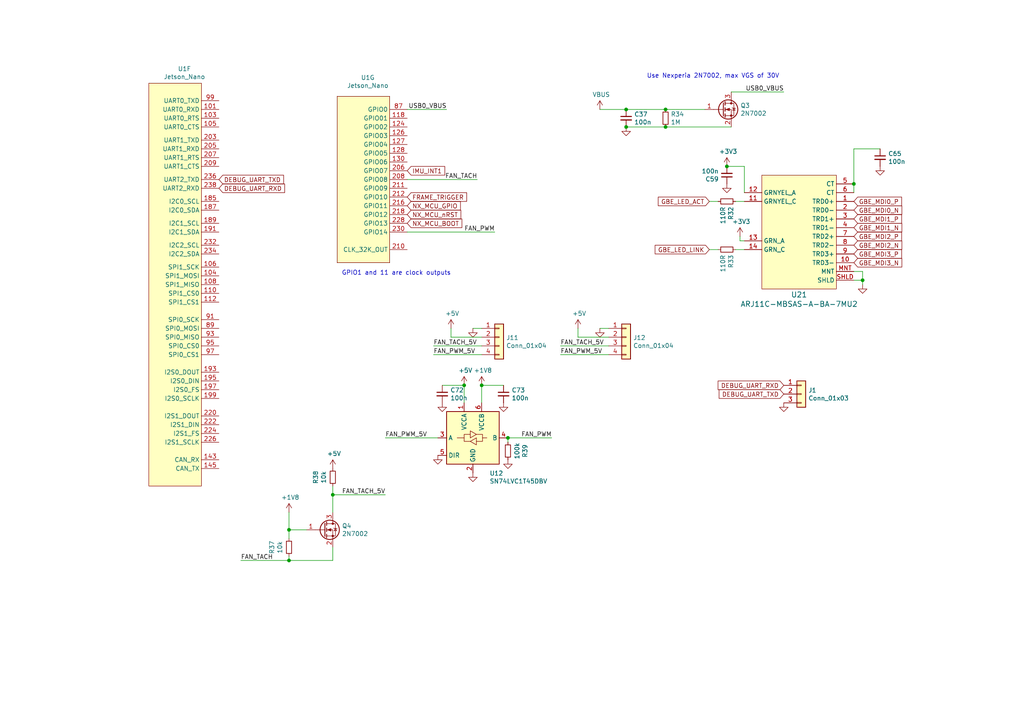
<source format=kicad_sch>
(kicad_sch (version 20200608) (host eeschema "5.99.0-unknown-9d78aa6~101~ubuntu18.04.1")
  (page 6 6)
  (paper "A4")
  (lib_symbols
    (symbol "Connector_Generic:Conn_01x03" (pin_names hide)
      (property "Reference" "J" (at 0 5.08 0))
      (property "Value" "Conn_01x03" (at 0 -5.08 0))
      (symbol "Conn_01x03_1_1"
        (rectangle (start -1.27 -2.413) (end 0 -2.667))
        (rectangle (start -1.27 2.667) (end 0 2.413))
        (rectangle (start -1.27 3.81) (end 1.27 -3.81) (stroke (width 0.254)) (fill (type background)))
        (rectangle (start -1.27 0.127) (end 0 -0.127))
        (pin passive line (at -5.08 2.54 0) (length 3.81) (name "Pin_1") (number "1"))
        (pin passive line (at -5.08 0 0) (length 3.81) (name "Pin_2") (number "2"))
        (pin passive line (at -5.08 -2.54 0) (length 3.81) (name "Pin_3") (number "3"))
      )
    )
    (symbol "Connector_Generic:Conn_01x04" (pin_names hide)
      (property "Reference" "J" (at 0 5.08 0))
      (property "Value" "Conn_01x04" (at 0 -7.62 0))
      (symbol "Conn_01x04_1_1"
        (rectangle (start -1.27 -4.953) (end 0 -5.207))
        (rectangle (start -1.27 -2.413) (end 0 -2.667))
        (rectangle (start -1.27 2.667) (end 0 2.413))
        (rectangle (start -1.27 3.81) (end 1.27 -6.35) (stroke (width 0.254)) (fill (type background)))
        (rectangle (start -1.27 0.127) (end 0 -0.127))
        (pin passive line (at -5.08 2.54 0) (length 3.81) (name "Pin_1") (number "1"))
        (pin passive line (at -5.08 0 0) (length 3.81) (name "Pin_2") (number "2"))
        (pin passive line (at -5.08 -2.54 0) (length 3.81) (name "Pin_3") (number "3"))
        (pin passive line (at -5.08 -5.08 0) (length 3.81) (name "Pin_4") (number "4"))
      )
    )
    (symbol "Connector_Generic:Conn_01x04_1" (pin_names hide)
      (property "Reference" "J" (at 0 5.08 0))
      (property "Value" "Conn_01x04" (at 0 -7.62 0))
      (symbol "Conn_01x04_1_1_1"
        (rectangle (start -1.27 -4.953) (end 0 -5.207) (stroke (width 0.1524)))
        (rectangle (start -1.27 -2.413) (end 0 -2.667) (stroke (width 0.1524)))
        (rectangle (start -1.27 2.667) (end 0 2.413) (stroke (width 0.1524)))
        (rectangle (start -1.27 3.81) (end 1.27 -6.35) (stroke (width 0.254)) (fill (type background)))
        (rectangle (start -1.27 0.127) (end 0 -0.127) (stroke (width 0.1524)))
        (pin passive line (at -5.08 2.54 0) (length 3.81) (name "Pin_1") (number "1"))
        (pin passive line (at -5.08 0 0) (length 3.81) (name "Pin_2") (number "2"))
        (pin passive line (at -5.08 -2.54 0) (length 3.81) (name "Pin_3") (number "3"))
        (pin passive line (at -5.08 -5.08 0) (length 3.81) (name "Pin_4") (number "4"))
      )
    )
    (symbol "Device:C_Small" (pin_numbers hide) (pin_names (offset 0.254) hide)
      (property "Reference" "C" (at 0.254 1.778 0))
      (property "Value" "C_Small" (at 0.254 -2.032 0))
      (symbol "C_Small_0_1"
        (polyline (pts (xy -1.524 -0.508) (xy 1.524 -0.508)) (stroke (width 0.3302)))
        (polyline (pts (xy -1.524 0.508) (xy 1.524 0.508)) (stroke (width 0.3048)))
      )
      (symbol "C_Small_1_1"
        (pin passive line (at 0 2.54 270) (length 2.032) (name "~") (number "1"))
        (pin passive line (at 0 -2.54 90) (length 2.032) (name "~") (number "2"))
      )
    )
    (symbol "Device:Q_NMOS_GSD" (pin_names (offset 0) hide)
      (property "Reference" "Q" (at 5.08 1.27 0))
      (property "Value" "Q_NMOS_GSD" (at 5.08 -1.27 0))
      (symbol "Q_NMOS_GSD_0_1"
        (circle (center 1.651 0) (radius 2.794) (stroke (width 0.254)))
        (circle (center 2.54 -1.778) (radius 0.254) (fill (type outline)))
        (circle (center 2.54 1.778) (radius 0.254) (fill (type outline)))
        (polyline (pts (xy 0.254 0) (xy -2.54 0)))
        (polyline (pts (xy 0.254 1.905) (xy 0.254 -1.905)) (stroke (width 0.254)))
        (polyline (pts (xy 0.762 -1.27) (xy 0.762 -2.286)) (stroke (width 0.254)))
        (polyline (pts (xy 0.762 0.508) (xy 0.762 -0.508)) (stroke (width 0.254)))
        (polyline (pts (xy 0.762 2.286) (xy 0.762 1.27)) (stroke (width 0.254)))
        (polyline (pts (xy 2.54 2.54) (xy 2.54 1.778)))
        (polyline (pts (xy 2.54 -2.54) (xy 2.54 0) (xy 0.762 0)))
        (polyline (pts (xy 0.762 -1.778) (xy 3.302 -1.778) (xy 3.302 1.778) (xy 0.762 1.778)))
        (polyline (pts (xy 1.016 0) (xy 2.032 0.381) (xy 2.032 -0.381) (xy 1.016 0)) (fill (type outline)))
        (polyline (pts (xy 2.794 0.508) (xy 2.921 0.381) (xy 3.683 0.381) (xy 3.81 0.254)))
        (polyline (pts (xy 3.302 0.381) (xy 2.921 -0.254) (xy 3.683 -0.254) (xy 3.302 0.381)))
      )
      (symbol "Q_NMOS_GSD_1_1"
        (pin input line (at -5.08 0 0) (length 2.54) (name "G") (number "1"))
        (pin passive line (at 2.54 -5.08 90) (length 2.54) (name "S") (number "2"))
        (pin passive line (at 2.54 5.08 270) (length 2.54) (name "D") (number "3"))
      )
    )
    (symbol "Device:R_Small" (pin_numbers hide) (pin_names (offset 0.254) hide)
      (property "Reference" "R" (at 0.762 0.508 0))
      (property "Value" "R_Small" (at 0.762 -1.016 0))
      (symbol "R_Small_0_1"
        (rectangle (start -0.762 1.778) (end 0.762 -1.778) (stroke (width 0.2032)))
      )
      (symbol "R_Small_1_1"
        (pin passive line (at 0 2.54 270) (length 0.762) (name "~") (number "1"))
        (pin passive line (at 0 -2.54 90) (length 0.762) (name "~") (number "2"))
      )
    )
    (symbol "Device:R_Small_1" (pin_numbers hide) (pin_names (offset 0.254) hide)
      (property "Reference" "R" (at 0.762 0.508 0))
      (property "Value" "R_Small" (at 0.762 -1.016 0))
      (symbol "R_Small_1_0_1"
        (rectangle (start -0.762 1.778) (end 0.762 -1.778) (stroke (width 0.2032)))
      )
      (symbol "R_Small_1_1_1"
        (pin passive line (at 0 2.54 270) (length 0.762) (name "~") (number "1"))
        (pin passive line (at 0 -2.54 90) (length 0.762) (name "~") (number "2"))
      )
    )
    (symbol "Device:R_Small_2" (pin_numbers hide) (pin_names (offset 0.254) hide)
      (property "Reference" "R" (at 0.762 0.508 0))
      (property "Value" "R_Small" (at 0.762 -1.016 0))
      (symbol "R_Small_2_0_1"
        (rectangle (start -0.762 1.778) (end 0.762 -1.778) (stroke (width 0.2032)))
      )
      (symbol "R_Small_2_1_1"
        (pin passive line (at 0 2.54 270) (length 0.762) (name "~") (number "1"))
        (pin passive line (at 0 -2.54 90) (length 0.762) (name "~") (number "2"))
      )
    )
    (symbol "Device:R_Small_3" (pin_numbers hide) (pin_names (offset 0.254) hide)
      (property "Reference" "R" (at 0.762 0.508 0))
      (property "Value" "R_Small" (at 0.762 -1.016 0))
      (symbol "R_Small_3_0_1"
        (rectangle (start -0.762 1.778) (end 0.762 -1.778) (stroke (width 0.2032)))
      )
      (symbol "R_Small_3_1_1"
        (pin passive line (at 0 2.54 270) (length 0.762) (name "~") (number "1"))
        (pin passive line (at 0 -2.54 90) (length 0.762) (name "~") (number "2"))
      )
    )
    (symbol "Logic_LevelTranslator:SN74LVC1T45DBV" (pin_names (offset 0.508))
      (property "Reference" "U" (at -6.35 8.89 0))
      (property "Value" "SN74LVC1T45DBV" (at 3.81 8.89 0))
      (symbol "SN74LVC1T45DBV_0_1"
        (rectangle (start -7.62 7.62) (end 7.62 -7.62) (stroke (width 0.254)) (fill (type background)))
        (polyline (pts (xy -2.54 0) (xy -2.54 1.016) (xy -0.762 1.016)))
        (polyline (pts (xy 2.794 0) (xy 2.794 -1.016) (xy 1.016 -1.016)))
        (polyline (pts (xy -0.762 -1.016) (xy -2.54 -1.016) (xy -2.54 0) (xy -4.572 0)))
        (polyline (pts (xy -0.762 0) (xy -0.762 2.032) (xy 1.016 1.016) (xy -0.762 0)))
        (polyline (pts (xy 1.016 1.016) (xy 2.794 1.016) (xy 2.794 0) (xy 4.064 0)))
        (polyline (pts (xy 1.016 0) (xy 1.016 -1.778) (xy 1.016 -2.032) (xy -0.762 -1.016) (xy 1.016 0)))
      )
      (symbol "SN74LVC1T45DBV_1_1"
        (pin power_in line (at -2.54 10.16 270) (length 2.54) (name "VCCA") (number "1"))
        (pin power_in line (at 0 -10.16 90) (length 2.54) (name "GND") (number "2"))
        (pin bidirectional line (at -10.16 0 0) (length 2.54) (name "A") (number "3"))
        (pin bidirectional line (at 10.16 0 180) (length 2.54) (name "B") (number "4"))
        (pin input line (at -10.16 -5.08 0) (length 2.54) (name "DIR") (number "5"))
        (pin power_in line (at 2.54 10.16 270) (length 2.54) (name "VCCB") (number "6"))
      )
    )
    (symbol "ethernet:ARJ11C-MBSAS-A-BA-7MU2"
      (property "Reference" "U" (at -13.97 26.67 0))
      (property "Value" "ARJ11C-MBSAS-A-BA-7MU2" (at -5.08 24.13 0))
      (symbol "ARJ11C-MBSAS-A-BA-7MU2_0_1"
        (rectangle (start 5.08 22.86) (end -16.51 -10.16) (fill (type background)))
      )
      (symbol "ARJ11C-MBSAS-A-BA-7MU2_1_1"
        (pin input line (at 10.16 15.24 180) (length 5.08) (name "TRD0+") (number "1"))
        (pin input line (at 10.16 -2.54 180) (length 5.08) (name "TRD3-") (number "10"))
        (pin input line (at -21.59 15.24 0) (length 5.08) (name "GRNYEL_C") (number "11"))
        (pin input line (at -21.59 17.78 0) (length 5.08) (name "GRNYEL_A") (number "12"))
        (pin input line (at -21.59 3.81 0) (length 5.08) (name "GRN_A") (number "13"))
        (pin input line (at -21.59 1.27 0) (length 5.08) (name "GRN_C") (number "14"))
        (pin input line (at 10.16 12.7 180) (length 5.08) (name "TRD0-") (number "2"))
        (pin input line (at 10.16 10.16 180) (length 5.08) (name "TRD1+") (number "3"))
        (pin input line (at 10.16 7.62 180) (length 5.08) (name "TRD1-") (number "4"))
        (pin input line (at 10.16 20.32 180) (length 5.08) (name "CT") (number "5"))
        (pin input line (at 10.16 17.78 180) (length 5.08) (name "CT") (number "6"))
        (pin input line (at 10.16 5.08 180) (length 5.08) (name "TRD2+") (number "7"))
        (pin input line (at 10.16 2.54 180) (length 5.08) (name "TRD2-") (number "8"))
        (pin input line (at 10.16 0 180) (length 5.08) (name "TRD3+") (number "9"))
        (pin input line (at 10.16 -5.08 180) (length 5.08) (name "MNT") (number "MNT"))
        (pin input line (at 10.16 -7.62 180) (length 5.08) (name "SHLD") (number "SHLD"))
      )
    )
    (symbol "nvidia_jetson:Jetson_Nano"
      (property "Reference" "U" (at 0 -60.96 0))
      (property "Value" "Jetson_Nano" (at 0 -63.5 0))
      (symbol "Jetson_Nano_1_1"
        (rectangle (start -15.24 66.04) (end 12.7 -53.34) (fill (type background)))
        (pin power_in line (at -20.32 33.02 0) (length 5.08) (name "GND") (number "1"))
        (pin power_in line (at -20.32 -43.18 0) (length 5.08) (name "GND") (number "102"))
        (pin power_in line (at -20.32 -45.72 0) (length 5.08) (name "GND") (number "107"))
        (pin power_in line (at 17.78 40.64 180) (length 5.08) (name "GND") (number "113"))
        (pin power_in line (at 17.78 38.1 180) (length 5.08) (name "GND") (number "119"))
        (pin power_in line (at 17.78 35.56 180) (length 5.08) (name "GND") (number "125"))
        (pin power_in line (at 17.78 33.02 180) (length 5.08) (name "GND") (number "129"))
        (pin power_in line (at -20.32 22.86 0) (length 5.08) (name "GND") (number "13"))
        (pin power_in line (at 17.78 30.48 180) (length 5.08) (name "GND") (number "132"))
        (pin power_in line (at 17.78 27.94 180) (length 5.08) (name "GND") (number "135"))
        (pin power_in line (at 17.78 25.4 180) (length 5.08) (name "GND") (number "138"))
        (pin power_in line (at -20.32 20.32 0) (length 5.08) (name "GND") (number "14"))
        (pin power_in line (at 17.78 22.86 180) (length 5.08) (name "GND") (number "141"))
        (pin power_in line (at 17.78 20.32 180) (length 5.08) (name "GND") (number "144"))
        (pin power_in line (at 17.78 17.78 180) (length 5.08) (name "GND") (number "146"))
        (pin power_in line (at 17.78 15.24 180) (length 5.08) (name "GND") (number "147"))
        (pin power_in line (at 17.78 12.7 180) (length 5.08) (name "GND") (number "152"))
        (pin power_in line (at 17.78 10.16 180) (length 5.08) (name "GND") (number "153"))
        (pin power_in line (at 17.78 7.62 180) (length 5.08) (name "GND") (number "158"))
        (pin power_in line (at 17.78 5.08 180) (length 5.08) (name "GND") (number "159"))
        (pin power_in line (at 17.78 2.54 180) (length 5.08) (name "GND") (number "164"))
        (pin power_in line (at 17.78 0 180) (length 5.08) (name "GND") (number "165"))
        (pin power_in line (at 17.78 -2.54 180) (length 5.08) (name "GND") (number "170"))
        (pin power_in line (at 17.78 -5.08 180) (length 5.08) (name "GND") (number "171"))
        (pin power_in line (at 17.78 -7.62 180) (length 5.08) (name "GND") (number "176"))
        (pin power_in line (at 17.78 -10.16 180) (length 5.08) (name "GND") (number "177"))
        (pin input line (at 17.78 48.26 180) (length 5.08) (name "nMOD_SLEEP") (number "178"))
        (pin power_in line (at -20.32 17.78 0) (length 5.08) (name "GND") (number "19"))
        (pin power_in line (at -20.32 30.48 0) (length 5.08) (name "GND") (number "2"))
        (pin power_in line (at -20.32 15.24 0) (length 5.08) (name "GND") (number "20"))
        (pin power_in line (at 17.78 -12.7 180) (length 5.08) (name "GND") (number "200"))
        (pin power_in line (at 17.78 -15.24 180) (length 5.08) (name "GND") (number "201"))
        (pin input line (at 17.78 53.34 180) (length 5.08) (name "nFORCE_RECOVERY") (number "214"))
        (pin power_in line (at 17.78 -17.78 180) (length 5.08) (name "GND") (number "217"))
        (pin power_in line (at 17.78 -20.32 180) (length 5.08) (name "GND") (number "231"))
        (pin input line (at 17.78 60.96 180) (length 5.08) (name "nSHUTDOWN_REQ") (number "233"))
        (pin input line (at 17.78 58.42 180) (length 5.08) (name "PMIC_BBAT") (number "235"))
        (pin input line (at 17.78 45.72 180) (length 5.08) (name "POWER_EN") (number "237"))
        (pin input line (at 17.78 50.8 180) (length 5.08) (name "nSYS_RESET") (number "239"))
        (pin input line (at 17.78 55.88 180) (length 5.08) (name "SLEEP/WAKE") (number "240"))
        (pin power_in line (at 17.78 -22.86 180) (length 5.08) (name "GND") (number "241"))
        (pin power_in line (at 17.78 -25.4 180) (length 5.08) (name "GND") (number "242"))
        (pin power_in line (at 17.78 -27.94 180) (length 5.08) (name "GND") (number "243"))
        (pin power_in line (at 17.78 -30.48 180) (length 5.08) (name "GND") (number "244"))
        (pin power_in line (at 17.78 -33.02 180) (length 5.08) (name "GND") (number "245"))
        (pin power_in line (at 17.78 -35.56 180) (length 5.08) (name "GND") (number "246"))
        (pin power_in line (at 17.78 -38.1 180) (length 5.08) (name "GND") (number "247"))
        (pin power_in line (at 17.78 -40.64 180) (length 5.08) (name "GND") (number "248"))
        (pin power_in line (at 17.78 -43.18 180) (length 5.08) (name "GND") (number "249"))
        (pin power_in line (at -20.32 12.7 0) (length 5.08) (name "GND") (number "25"))
        (pin power_in line (at 17.78 -45.72 180) (length 5.08) (name "GND") (number "250"))
        (pin power_in line (at -20.32 60.96 0) (length 5.08) (name "VDD_IN") (number "251"))
        (pin power_in line (at -20.32 58.42 0) (length 5.08) (name "VDD_IN") (number "252"))
        (pin power_in line (at -20.32 55.88 0) (length 5.08) (name "VDD_IN") (number "253"))
        (pin power_in line (at -20.32 53.34 0) (length 5.08) (name "VDD_IN") (number "254"))
        (pin power_in line (at -20.32 50.8 0) (length 5.08) (name "VDD_IN") (number "255"))
        (pin power_in line (at -20.32 48.26 0) (length 5.08) (name "VDD_IN") (number "256"))
        (pin power_in line (at -20.32 45.72 0) (length 5.08) (name "VDD_IN") (number "257"))
        (pin power_in line (at -20.32 43.18 0) (length 5.08) (name "VDD_IN") (number "258"))
        (pin power_in line (at -20.32 40.64 0) (length 5.08) (name "VDD_IN") (number "259"))
        (pin power_in line (at -20.32 10.16 0) (length 5.08) (name "GND") (number "26"))
        (pin power_in line (at -20.32 38.1 0) (length 5.08) (name "VDD_IN") (number "260"))
        (pin power_in line (at -20.32 -48.26 0) (length 5.08) (name "MNT") (number "261"))
        (pin power_in line (at 17.78 -48.26 180) (length 5.08) (name "MNT") (number "262"))
        (pin power_in line (at -20.32 7.62 0) (length 5.08) (name "GND") (number "31"))
        (pin power_in line (at -20.32 5.08 0) (length 5.08) (name "GND") (number "32"))
        (pin power_in line (at -20.32 2.54 0) (length 5.08) (name "GND") (number "37"))
        (pin power_in line (at -20.32 0 0) (length 5.08) (name "GND") (number "38"))
        (pin power_in line (at -20.32 -2.54 0) (length 5.08) (name "GND") (number "43"))
        (pin power_in line (at -20.32 -5.08 0) (length 5.08) (name "GND") (number "44"))
        (pin power_in line (at -20.32 -7.62 0) (length 5.08) (name "GND") (number "49"))
        (pin power_in line (at -20.32 -10.16 0) (length 5.08) (name "GND") (number "50"))
        (pin power_in line (at -20.32 -12.7 0) (length 5.08) (name "GND") (number "55"))
        (pin power_in line (at -20.32 -15.24 0) (length 5.08) (name "GND") (number "56"))
        (pin power_in line (at -20.32 -17.78 0) (length 5.08) (name "GND") (number "61"))
        (pin power_in line (at -20.32 -20.32 0) (length 5.08) (name "GND") (number "62"))
        (pin power_in line (at -20.32 -22.86 0) (length 5.08) (name "GND") (number "67"))
        (pin power_in line (at -20.32 -25.4 0) (length 5.08) (name "GND") (number "68"))
        (pin power_in line (at -20.32 27.94 0) (length 5.08) (name "GND") (number "7"))
        (pin power_in line (at -20.32 -27.94 0) (length 5.08) (name "GND") (number "73"))
        (pin power_in line (at -20.32 -30.48 0) (length 5.08) (name "GND") (number "74"))
        (pin power_in line (at -20.32 -33.02 0) (length 5.08) (name "GND") (number "79"))
        (pin power_in line (at -20.32 25.4 0) (length 5.08) (name "GND") (number "8"))
        (pin power_in line (at -20.32 -35.56 0) (length 5.08) (name "GND") (number "80"))
        (pin power_in line (at -20.32 -38.1 0) (length 5.08) (name "GND") (number "85"))
        (pin power_in line (at -20.32 -40.64 0) (length 5.08) (name "GND") (number "86"))
      )
      (symbol "Jetson_Nano_2_1"
        (rectangle (start -7.62 63.5) (end 7.62 -63.5) (fill (type background)))
        (pin input line (at 12.7 58.42 180) (length 5.08) (name "CSI0_CLK_N") (number "10"))
        (pin input line (at 12.7 38.1 180) (length 5.08) (name "CSI1_CLK_P") (number "11"))
        (pin input line (at 12.7 -48.26 180) (length 5.08) (name "CAM0_PWDN") (number "114"))
        (pin input line (at 12.7 -50.8 180) (length 5.08) (name "CAM0_MCLK") (number "116"))
        (pin input line (at 12.7 55.88 180) (length 5.08) (name "CSI0_CLK_P") (number "12"))
        (pin input line (at 12.7 -55.88 180) (length 5.08) (name "CAM1_PWDN") (number "120"))
        (pin input line (at 12.7 -58.42 180) (length 5.08) (name "CAM1_MCLK") (number "122"))
        (pin input line (at 12.7 30.48 180) (length 5.08) (name "CSI1_D1_N") (number "15"))
        (pin input line (at 12.7 48.26 180) (length 5.08) (name "CSI0_D1_N") (number "16"))
        (pin input line (at 12.7 27.94 180) (length 5.08) (name "CSI1_D1_P") (number "17"))
        (pin input line (at 12.7 45.72 180) (length 5.08) (name "CSI0_D1_P") (number "18"))
        (pin input line (at 12.7 0 180) (length 5.08) (name "CSI3_D0_N") (number "21"))
        (pin input line (at 12.7 -40.64 180) (length 5.08) (name "CAM_I2C_SCL") (number "213"))
        (pin input line (at 12.7 -43.18 180) (length 5.08) (name "CAM_I2C_SDA") (number "215"))
        (pin input line (at 12.7 17.78 180) (length 5.08) (name "CSI2_D0_N") (number "22"))
        (pin input line (at 12.7 -2.54 180) (length 5.08) (name "CSI3_D0_P") (number "23"))
        (pin input line (at 12.7 15.24 180) (length 5.08) (name "CSI2_D0_P") (number "24"))
        (pin input line (at 12.7 5.08 180) (length 5.08) (name "CSI3_CLK_N") (number "27"))
        (pin input line (at 12.7 22.86 180) (length 5.08) (name "CSI2_CLK_N") (number "28"))
        (pin input line (at 12.7 2.54 180) (length 5.08) (name "CSI3_CLK_P") (number "29"))
        (pin input line (at 12.7 35.56 180) (length 5.08) (name "CSI1_D0_N") (number "3"))
        (pin input line (at 12.7 20.32 180) (length 5.08) (name "CSI2_CLK_P") (number "30"))
        (pin input line (at 12.7 -5.08 180) (length 5.08) (name "CSI3_D1_N") (number "33"))
        (pin input line (at 12.7 12.7 180) (length 5.08) (name "CSI2_D1_N") (number "34"))
        (pin input line (at 12.7 -7.62 180) (length 5.08) (name "CSI3_D1_P") (number "35"))
        (pin input line (at 12.7 10.16 180) (length 5.08) (name "CSI2_D1_P") (number "36"))
        (pin input line (at 12.7 53.34 180) (length 5.08) (name "CSI0_D0_N") (number "4"))
        (pin input line (at 12.7 -27.94 180) (length 5.08) (name "CSI4_D2_N") (number "40"))
        (pin input line (at 12.7 -30.48 180) (length 5.08) (name "CSI4_D2_P") (number "42"))
        (pin input line (at 12.7 -17.78 180) (length 5.08) (name "CSI4_D0_N") (number "46"))
        (pin input line (at 12.7 -20.32 180) (length 5.08) (name "CSI4_D0_P") (number "48"))
        (pin input line (at 12.7 33.02 180) (length 5.08) (name "CSI1_D0_P") (number "5"))
        (pin input line (at 12.7 -12.7 180) (length 5.08) (name "CSI4_CLK_N") (number "52"))
        (pin input line (at 12.7 -15.24 180) (length 5.08) (name "CSI4_CLK_P") (number "54"))
        (pin input line (at 12.7 -22.86 180) (length 5.08) (name "CSI4_D1_N") (number "58"))
        (pin input line (at 12.7 50.8 180) (length 5.08) (name "CSI0_D0_P") (number "6"))
        (pin input line (at 12.7 -25.4 180) (length 5.08) (name "CSI4_D1_P") (number "60"))
        (pin input line (at 12.7 -33.02 180) (length 5.08) (name "CSI4_D3_N") (number "64"))
        (pin input line (at 12.7 -35.56 180) (length 5.08) (name "CSI4_D3_P") (number "66"))
        (pin input line (at 12.7 40.64 180) (length 5.08) (name "CSI1_CLK_N") (number "9"))
      )
      (symbol "Jetson_Nano_3_1"
        (rectangle (start -6.35 45.72) (end 7.62 -50.8) (fill (type background)))
        (pin input line (at 12.7 -20.32 180) (length 5.08) (name "DP1_AUX_P") (number "100"))
        (pin input line (at 12.7 40.64 180) (length 5.08) (name "DP0_TXD0_N") (number "39"))
        (pin input line (at 12.7 38.1 180) (length 5.08) (name "DP0_TXD0_P") (number "41"))
        (pin input line (at 12.7 35.56 180) (length 5.08) (name "DP0_TXD1_N") (number "45"))
        (pin input line (at 12.7 33.02 180) (length 5.08) (name "DP0_TXD1_P") (number "47"))
        (pin input line (at 12.7 30.48 180) (length 5.08) (name "DP0_TXD2_N") (number "51"))
        (pin input line (at 12.7 27.94 180) (length 5.08) (name "DP0_TXD2_P") (number "53"))
        (pin input line (at 12.7 25.4 180) (length 5.08) (name "DP0_TXD3_N") (number "57"))
        (pin input line (at 12.7 22.86 180) (length 5.08) (name "DP0_TXD3_P") (number "59"))
        (pin input line (at 12.7 7.62 180) (length 5.08) (name "DP1_TXD0_N") (number "63"))
        (pin input line (at 12.7 5.08 180) (length 5.08) (name "DP1_TXD0_P") (number "65"))
        (pin input line (at 12.7 2.54 180) (length 5.08) (name "DP1_TXD1_N") (number "69"))
        (pin input line (at 12.7 -38.1 180) (length 5.08) (name "DSI_D0_N") (number "70"))
        (pin input line (at 12.7 0 180) (length 5.08) (name "DP1_TXD1_P") (number "71"))
        (pin input line (at 12.7 -40.64 180) (length 5.08) (name "DSI_D0_P") (number "72"))
        (pin input line (at 12.7 -2.54 180) (length 5.08) (name "DP1_TXD2_N") (number "75"))
        (pin input line (at 12.7 -30.48 180) (length 5.08) (name "DSI_CLK_N") (number "76"))
        (pin input line (at 12.7 -5.08 180) (length 5.08) (name "DP1_TXD2_P") (number "77"))
        (pin input line (at 12.7 -33.02 180) (length 5.08) (name "DSI_CLK_P") (number "78"))
        (pin input line (at 12.7 -7.62 180) (length 5.08) (name "DP1_TXD3_N") (number "81"))
        (pin input line (at 12.7 -43.18 180) (length 5.08) (name "DSI_D1_N") (number "82"))
        (pin input line (at 12.7 -10.16 180) (length 5.08) (name "DP1_TXD3_P") (number "83"))
        (pin input line (at 12.7 -45.72 180) (length 5.08) (name "DSI_D1_P") (number "84"))
        (pin input line (at 12.7 17.78 180) (length 5.08) (name "DP0_HPD") (number "88"))
        (pin input line (at 12.7 15.24 180) (length 5.08) (name "DP0_AUX_N") (number "90"))
        (pin input line (at 12.7 12.7 180) (length 5.08) (name "DP0_AUX_P") (number "92"))
        (pin input line (at 12.7 -25.4 180) (length 5.08) (name "HDMI_CEC") (number "94"))
        (pin input line (at 12.7 -15.24 180) (length 5.08) (name "DP1_HPD") (number "96"))
        (pin input line (at 12.7 -17.78 180) (length 5.08) (name "DP1_AUX_N") (number "98"))
      )
      (symbol "Jetson_Nano_4_1"
        (rectangle (start -7.62 45.72) (end 10.16 -52.07) (fill (type background)))
        (pin input line (at 15.24 10.16 180) (length 5.08) (name "PCIE0_RX0_N") (number "131"))
        (pin input line (at 15.24 7.62 180) (length 5.08) (name "PCIE0_RX0_P") (number "133"))
        (pin input line (at 15.24 33.02 180) (length 5.08) (name "PCIE0_TX0_N") (number "134"))
        (pin input line (at 15.24 30.48 180) (length 5.08) (name "PCIE0_TX0_P") (number "136"))
        (pin input line (at 15.24 5.08 180) (length 5.08) (name "PCIE0_RX1_N") (number "137"))
        (pin input line (at 15.24 2.54 180) (length 5.08) (name "PCIE0_RX1_P") (number "139"))
        (pin input line (at 15.24 27.94 180) (length 5.08) (name "PCIE0_TX1_N") (number "140"))
        (pin input line (at 15.24 25.4 180) (length 5.08) (name "PCIE0_TX1_P") (number "142"))
        (pin input line (at 15.24 22.86 180) (length 5.08) (name "PCIE0_TX2_N") (number "148"))
        (pin input line (at 15.24 0 180) (length 5.08) (name "PCIE0_RX2_N") (number "149"))
        (pin input line (at 15.24 20.32 180) (length 5.08) (name "PCIE0_TX2_P") (number "150"))
        (pin input line (at 15.24 -2.54 180) (length 5.08) (name "PCIE0_RX2_P") (number "151"))
        (pin input line (at 15.24 17.78 180) (length 5.08) (name "PCIE0_TX3_N") (number "154"))
        (pin input line (at 15.24 -5.08 180) (length 5.08) (name "PCIE0_RX3_N") (number "155"))
        (pin input line (at 15.24 15.24 180) (length 5.08) (name "PCIE0_TX3_P") (number "156"))
        (pin input line (at 15.24 -7.62 180) (length 5.08) (name "PCIE0_RX3_P") (number "157"))
        (pin input line (at 15.24 40.64 180) (length 5.08) (name "PCIE0_CLK_N") (number "160"))
        (pin input line (at 15.24 38.1 180) (length 5.08) (name "PCIE0_CLK_P") (number "162"))
        (pin input line (at 15.24 -38.1 180) (length 5.08) (name "PCIE1_RX0_N") (number "167"))
        (pin input line (at 15.24 -40.64 180) (length 5.08) (name "PCIE1_RX0_P") (number "169"))
        (pin input line (at 15.24 -30.48 180) (length 5.08) (name "PCIE1_TX0_N") (number "172"))
        (pin input line (at 15.24 -22.86 180) (length 5.08) (name "PCIE1_CLK_N") (number "173"))
        (pin input line (at 15.24 -33.02 180) (length 5.08) (name "PCIE1_TX0_P") (number "174"))
        (pin input line (at 15.24 -25.4 180) (length 5.08) (name "PCIE1_CLK_P") (number "175"))
        (pin input line (at 15.24 -12.7 180) (length 5.08) (name "nPCIE_WAKE") (number "179"))
        (pin input line (at 15.24 -17.78 180) (length 5.08) (name "nPCIE0_CLKREQ") (number "180"))
        (pin input line (at 15.24 -15.24 180) (length 5.08) (name "nPCIE0_RST") (number "181"))
        (pin input line (at 15.24 -45.72 180) (length 5.08) (name "nPCIE1_CLKREQ") (number "182"))
        (pin input line (at 15.24 -48.26 180) (length 5.08) (name "nPCIE1_RST") (number "183"))
      )
      (symbol "Jetson_Nano_5_1"
        (rectangle (start -7.62 43.18) (end 7.62 -45.72) (fill (type background)))
        (pin input line (at 12.7 38.1 180) (length 5.08) (name "USB0_D_N") (number "109"))
        (pin input line (at 12.7 35.56 180) (length 5.08) (name "USB0_D_P") (number "111"))
        (pin input line (at 12.7 30.48 180) (length 5.08) (name "USB1_D_N") (number "115"))
        (pin input line (at 12.7 27.94 180) (length 5.08) (name "USB1_D_P") (number "117"))
        (pin input line (at 12.7 22.86 180) (length 5.08) (name "USB2_D_N") (number "121"))
        (pin input line (at 12.7 20.32 180) (length 5.08) (name "USB2_D_P") (number "123"))
        (pin input line (at 12.7 15.24 180) (length 5.08) (name "USBSS_RX_N") (number "161"))
        (pin input line (at 12.7 12.7 180) (length 5.08) (name "USBSS_RX_P") (number "163"))
        (pin input line (at 12.7 10.16 180) (length 5.08) (name "USBSS_TX_N") (number "166"))
        (pin input line (at 12.7 7.62 180) (length 5.08) (name "USBSS_TX_P") (number "168"))
        (pin input line (at 12.7 2.54 180) (length 5.08) (name "GBE_MDI0_N") (number "184"))
        (pin input line (at 12.7 0 180) (length 5.08) (name "GBE_MDI0_P") (number "186"))
        (pin input line (at 12.7 -20.32 180) (length 5.08) (name "GBE_LED_LINK") (number "188"))
        (pin input line (at 12.7 -2.54 180) (length 5.08) (name "GBE_MDI1_N") (number "190"))
        (pin input line (at 12.7 -5.08 180) (length 5.08) (name "GBE_MDI1_P") (number "192"))
        (pin input line (at 12.7 -22.86 180) (length 5.08) (name "GBE_LED_ACT") (number "194"))
        (pin input line (at 12.7 -7.62 180) (length 5.08) (name "GBE_MDI2_N") (number "196"))
        (pin input line (at 12.7 -10.16 180) (length 5.08) (name "GBE_MDI2_P") (number "198"))
        (pin input line (at 12.7 -12.7 180) (length 5.08) (name "GBE_MDI3_N") (number "202"))
        (pin input line (at 12.7 -15.24 180) (length 5.08) (name "GBE_MDI3_P") (number "204"))
        (pin input line (at 12.7 -27.94 180) (length 5.08) (name "SDMMC_DAT0") (number "219"))
        (pin input line (at 12.7 -30.48 180) (length 5.08) (name "SDMMC_DAT1") (number "221"))
        (pin input line (at 12.7 -33.02 180) (length 5.08) (name "SDMMC_DAT2") (number "223"))
        (pin input line (at 12.7 -35.56 180) (length 5.08) (name "SDMMC_DAT3") (number "225"))
        (pin input line (at 12.7 -38.1 180) (length 5.08) (name "SDMMC_CMD") (number "227"))
        (pin input line (at 12.7 -40.64 180) (length 5.08) (name "SDMMC_CLK") (number "229"))
      )
      (symbol "Jetson_Nano_6_1"
        (rectangle (start -7.62 60.96) (end 7.62 -55.88) (fill (type background)))
        (pin input line (at 12.7 53.34 180) (length 5.08) (name "UART0_RXD") (number "101"))
        (pin input line (at 12.7 50.8 180) (length 5.08) (name "UART0_RTS") (number "103"))
        (pin input line (at 12.7 5.08 180) (length 5.08) (name "SPI1_MOSI") (number "104"))
        (pin input line (at 12.7 48.26 180) (length 5.08) (name "UART0_CTS") (number "105"))
        (pin input line (at 12.7 7.62 180) (length 5.08) (name "SPI1_SCK") (number "106"))
        (pin input line (at 12.7 2.54 180) (length 5.08) (name "SPI1_MISO") (number "108"))
        (pin input line (at 12.7 0 180) (length 5.08) (name "SPI1_CS0") (number "110"))
        (pin input line (at 12.7 -2.54 180) (length 5.08) (name "SPI1_CS1") (number "112"))
        (pin input line (at 12.7 -48.26 180) (length 5.08) (name "CAN_RX") (number "143"))
        (pin input line (at 12.7 -50.8 180) (length 5.08) (name "CAN_TX") (number "145"))
        (pin input line (at 12.7 26.67 180) (length 5.08) (name "I2C0_SCL") (number "185"))
        (pin input line (at 12.7 24.13 180) (length 5.08) (name "I2C0_SDA") (number "187"))
        (pin input line (at 12.7 20.32 180) (length 5.08) (name "I2C1_SCL") (number "189"))
        (pin input line (at 12.7 17.78 180) (length 5.08) (name "I2C1_SDA") (number "191"))
        (pin input line (at 12.7 -22.86 180) (length 5.08) (name "I2S0_DOUT") (number "193"))
        (pin input line (at 12.7 -25.4 180) (length 5.08) (name "I2S0_DIN") (number "195"))
        (pin input line (at 12.7 -27.94 180) (length 5.08) (name "I2S0_FS") (number "197"))
        (pin input line (at 12.7 -30.48 180) (length 5.08) (name "I2S0_SCLK") (number "199"))
        (pin input line (at 12.7 44.45 180) (length 5.08) (name "UART1_TXD") (number "203"))
        (pin input line (at 12.7 41.91 180) (length 5.08) (name "UART1_RXD") (number "205"))
        (pin input line (at 12.7 39.37 180) (length 5.08) (name "UART1_RTS") (number "207"))
        (pin input line (at 12.7 36.83 180) (length 5.08) (name "UART1_CTS") (number "209"))
        (pin input line (at 12.7 -35.56 180) (length 5.08) (name "I2S1_DOUT") (number "220"))
        (pin input line (at 12.7 -38.1 180) (length 5.08) (name "I2S1_DIN") (number "222"))
        (pin input line (at 12.7 -40.64 180) (length 5.08) (name "I2S1_FS") (number "224"))
        (pin input line (at 12.7 -43.18 180) (length 5.08) (name "I2S1_SCLK") (number "226"))
        (pin input line (at 12.7 13.97 180) (length 5.08) (name "I2C2_SCL") (number "232"))
        (pin input line (at 12.7 11.43 180) (length 5.08) (name "I2C2_SDA") (number "234"))
        (pin input line (at 12.7 33.02 180) (length 5.08) (name "UART2_TXD") (number "236"))
        (pin input line (at 12.7 30.48 180) (length 5.08) (name "UART2_RXD") (number "238"))
        (pin input line (at 12.7 -10.16 180) (length 5.08) (name "SPI0_MOSI") (number "89"))
        (pin input line (at 12.7 -7.62 180) (length 5.08) (name "SPI0_SCK") (number "91"))
        (pin input line (at 12.7 -12.7 180) (length 5.08) (name "SPI0_MISO") (number "93"))
        (pin input line (at 12.7 -15.24 180) (length 5.08) (name "SPI0_CS0") (number "95"))
        (pin input line (at 12.7 -17.78 180) (length 5.08) (name "SPI0_CS1") (number "97"))
        (pin input line (at 12.7 55.88 180) (length 5.08) (name "UART0_TXD") (number "99"))
      )
      (symbol "Jetson_Nano_7_1"
        (rectangle (start -7.62 22.86) (end 7.62 -25.4) (fill (type background)))
        (pin input line (at 12.7 16.51 180) (length 5.08) (name "GPIO01") (number "118"))
        (pin input line (at 12.7 13.97 180) (length 5.08) (name "GPIO02") (number "124"))
        (pin input line (at 12.7 11.43 180) (length 5.08) (name "GPIO03") (number "126"))
        (pin input line (at 12.7 8.89 180) (length 5.08) (name "GPIO04") (number "127"))
        (pin input line (at 12.7 6.35 180) (length 5.08) (name "GPIO05") (number "128"))
        (pin input line (at 12.7 3.81 180) (length 5.08) (name "GPIO06") (number "130"))
        (pin input line (at 12.7 1.27 180) (length 5.08) (name "GPIO07") (number "206"))
        (pin input line (at 12.7 -1.27 180) (length 5.08) (name "GPIO08") (number "208"))
        (pin input line (at 12.7 -21.59 180) (length 5.08) (name "CLK_32K_OUT") (number "210"))
        (pin input line (at 12.7 -3.81 180) (length 5.08) (name "GPIO09") (number "211"))
        (pin input line (at 12.7 -6.35 180) (length 5.08) (name "GPIO10") (number "212"))
        (pin input line (at 12.7 -8.89 180) (length 5.08) (name "GPIO11") (number "216"))
        (pin input line (at 12.7 -11.43 180) (length 5.08) (name "GPIO12") (number "218"))
        (pin input line (at 12.7 -13.97 180) (length 5.08) (name "GPIO13") (number "228"))
        (pin input line (at 12.7 -16.51 180) (length 5.08) (name "GPIO14") (number "230"))
        (pin input line (at 12.7 19.05 180) (length 5.08) (name "GPIO0") (number "87"))
      )
    )
    (symbol "power:+1V8" (power) (pin_names (offset 0))
      (property "Value" "+1V8" (at 0 3.556 0))
      (symbol "+1V8_0_1"
        (polyline (pts (xy -0.762 1.27) (xy 0 2.54)))
        (polyline (pts (xy 0 0) (xy 0 2.54)))
        (polyline (pts (xy 0 2.54) (xy 0.762 1.27)))
      )
      (symbol "+1V8_1_1"
        (pin power_in line (at 0 0 90) (length 0) hide (name "+1V8") (number "1"))
      )
    )
    (symbol "power:+3V3" (power) (pin_names (offset 0))
      (property "Value" "+3V3" (at 0 3.556 0))
      (symbol "+3V3_0_1"
        (polyline (pts (xy -0.762 1.27) (xy 0 2.54)))
        (polyline (pts (xy 0 0) (xy 0 2.54)))
        (polyline (pts (xy 0 2.54) (xy 0.762 1.27)))
      )
      (symbol "+3V3_1_1"
        (pin power_in line (at 0 0 90) (length 0) hide (name "+3V3") (number "1"))
      )
    )
    (symbol "power:+5V" (power) (pin_names (offset 0))
      (property "Value" "+5V" (at 0 3.556 0))
      (symbol "+5V_0_1"
        (polyline (pts (xy -0.762 1.27) (xy 0 2.54)))
        (polyline (pts (xy 0 0) (xy 0 2.54)))
        (polyline (pts (xy 0 2.54) (xy 0.762 1.27)))
      )
      (symbol "+5V_1_1"
        (pin power_in line (at 0 0 90) (length 0) hide (name "+5V") (number "1"))
      )
    )
    (symbol "power:GND" (power) (pin_names (offset 0))
      (property "Value" "GND" (at 0 -3.81 0))
      (symbol "GND_0_1"
        (polyline (pts (xy 0 0) (xy 0 -1.27) (xy 1.27 -1.27) (xy 0 -2.54) (xy -1.27 -1.27) (xy 0 -1.27)))
      )
      (symbol "GND_1_1"
        (pin power_in line (at 0 0 270) (length 0) hide (name "GND") (number "1"))
      )
    )
    (symbol "power:VBUS" (power) (pin_names (offset 0))
      (property "Value" "VBUS" (at 0 3.81 0))
      (symbol "VBUS_0_1"
        (polyline (pts (xy -0.762 1.27) (xy 0 2.54)))
        (polyline (pts (xy 0 0) (xy 0 2.54)))
        (polyline (pts (xy 0 2.54) (xy 0.762 1.27)))
      )
      (symbol "VBUS_1_1"
        (pin power_in line (at 0 0 90) (length 0) hide (name "VBUS") (number "1"))
      )
    )
  )
  (junction (at 83.82 153.67))
  (junction (at 83.82 162.56))
  (junction (at 96.52 143.51))
  (junction (at 134.62 111.76))
  (junction (at 139.7 111.76))
  (junction (at 147.32 127))
  (junction (at 181.61 31.75))
  (junction (at 181.61 36.83))
  (junction (at 193.04 31.75))
  (junction (at 193.04 36.83))
  (junction (at 210.82 48.26))
  (junction (at 247.65 53.34))
  (junction (at 250.19 81.28))
  (wire (pts (xy 69.85 162.56) (xy 83.82 162.56)))
  (wire (pts (xy 83.82 148.59) (xy 83.82 153.67)))
  (wire (pts (xy 83.82 153.67) (xy 83.82 156.21)))
  (wire (pts (xy 83.82 153.67) (xy 88.9 153.67)))
  (wire (pts (xy 83.82 161.29) (xy 83.82 162.56)))
  (wire (pts (xy 96.52 143.51) (xy 96.52 140.97)))
  (wire (pts (xy 96.52 143.51) (xy 96.52 148.59)))
  (wire (pts (xy 96.52 158.75) (xy 96.52 162.56)))
  (wire (pts (xy 96.52 162.56) (xy 83.82 162.56)))
  (wire (pts (xy 111.76 127) (xy 127 127)))
  (wire (pts (xy 111.76 143.51) (xy 96.52 143.51)))
  (wire (pts (xy 118.11 31.75) (xy 129.54 31.75)))
  (wire (pts (xy 118.11 52.07) (xy 138.43 52.07)))
  (wire (pts (xy 118.11 67.31) (xy 143.51 67.31)))
  (wire (pts (xy 125.73 100.33) (xy 139.7 100.33)))
  (wire (pts (xy 125.73 102.87) (xy 139.7 102.87)))
  (wire (pts (xy 128.27 111.76) (xy 134.62 111.76)))
  (wire (pts (xy 130.81 97.79) (xy 130.81 95.25)))
  (wire (pts (xy 134.62 111.76) (xy 134.62 116.84)))
  (wire (pts (xy 137.16 95.25) (xy 139.7 95.25)))
  (wire (pts (xy 139.7 97.79) (xy 130.81 97.79)))
  (wire (pts (xy 139.7 111.76) (xy 146.05 111.76)))
  (wire (pts (xy 139.7 116.84) (xy 139.7 111.76)))
  (wire (pts (xy 147.32 127) (xy 147.32 128.27)))
  (wire (pts (xy 147.32 127) (xy 160.02 127)))
  (wire (pts (xy 162.56 100.33) (xy 176.53 100.33)))
  (wire (pts (xy 162.56 102.87) (xy 176.53 102.87)))
  (wire (pts (xy 167.64 97.79) (xy 167.64 95.25)))
  (wire (pts (xy 173.99 31.75) (xy 181.61 31.75)))
  (wire (pts (xy 173.99 95.25) (xy 176.53 95.25)))
  (wire (pts (xy 176.53 97.79) (xy 167.64 97.79)))
  (wire (pts (xy 181.61 31.75) (xy 193.04 31.75)))
  (wire (pts (xy 181.61 36.83) (xy 193.04 36.83)))
  (wire (pts (xy 193.04 31.75) (xy 204.47 31.75)))
  (wire (pts (xy 193.04 36.83) (xy 212.09 36.83)))
  (wire (pts (xy 205.74 58.42) (xy 208.28 58.42)))
  (wire (pts (xy 205.74 72.39) (xy 208.28 72.39)))
  (wire (pts (xy 210.82 48.26) (xy 215.9 48.26)))
  (wire (pts (xy 212.09 26.67) (xy 227.33 26.67)))
  (wire (pts (xy 213.36 58.42) (xy 215.9 58.42)))
  (wire (pts (xy 213.36 72.39) (xy 215.9 72.39)))
  (wire (pts (xy 214.63 68.58) (xy 214.63 69.85)))
  (wire (pts (xy 214.63 69.85) (xy 215.9 69.85)))
  (wire (pts (xy 215.9 48.26) (xy 215.9 55.88)))
  (wire (pts (xy 247.65 43.18) (xy 247.65 53.34)))
  (wire (pts (xy 247.65 43.18) (xy 255.27 43.18)))
  (wire (pts (xy 247.65 53.34) (xy 247.65 55.88)))
  (wire (pts (xy 247.65 78.74) (xy 250.19 78.74)))
  (wire (pts (xy 247.65 81.28) (xy 250.19 81.28)))
  (wire (pts (xy 250.19 78.74) (xy 250.19 81.28)))
  (wire (pts (xy 250.19 81.28) (xy 250.19 82.55)))
  (text "GPIO1 and 11 are clock outputs" (at 130.81 80.01 180) (effects (font (size 1.27 1.27)) (justify right bottom)))
  (text "Use Nexperia 2N7002, max VGS of 30V" (at 226.06 22.86 180) (effects (font (size 1.27 1.27)) (justify right bottom)))
  (label "FAN_TACH" (at 69.85 162.56 0))
  (label "FAN_PWM_5V" (at 111.76 127 0))
  (label "FAN_TACH_5V" (at 111.76 143.51 180))
  (label "FAN_TACH_5V" (at 125.73 100.33 0))
  (label "FAN_PWM_5V" (at 125.73 102.87 0))
  (label "USB0_VBUS" (at 129.54 31.75 180))
  (label "FAN_TACH" (at 138.43 52.07 180))
  (label "FAN_PWM" (at 143.51 67.31 180))
  (label "FAN_PWM" (at 160.02 127 180))
  (label "FAN_TACH_5V" (at 162.56 100.33 0))
  (label "FAN_PWM_5V" (at 162.56 102.87 0))
  (label "USB0_VBUS" (at 227.33 26.67 180))
  (global_label "DEBUG_UART_TXD" (shape input) (at 63.5 52.07 0))
  (global_label "DEBUG_UART_RXD" (shape input) (at 63.5 54.61 0))
  (global_label "IMU_INT1" (shape input) (at 118.11 49.53 0))
  (global_label "FRAME_TRIGGER" (shape input) (at 118.11 57.15 0))
  (global_label "NX_MCU_GPIO" (shape input) (at 118.11 59.69 0))
  (global_label "NX_MCU_nRST" (shape input) (at 118.11 62.23 0))
  (global_label "NX_MCU_BOOT" (shape input) (at 118.11 64.77 0))
  (global_label "GBE_LED_ACT" (shape input) (at 205.74 58.42 180))
  (global_label "GBE_LED_LINK" (shape input) (at 205.74 72.39 180))
  (global_label "DEBUG_UART_RXD" (shape input) (at 227.33 111.76 180))
  (global_label "DEBUG_UART_TXD" (shape input) (at 227.33 114.3 180))
  (global_label "GBE_MDI0_P" (shape input) (at 247.65 58.42 0))
  (global_label "GBE_MDI0_N" (shape input) (at 247.65 60.96 0))
  (global_label "GBE_MDI1_P" (shape input) (at 247.65 63.5 0))
  (global_label "GBE_MDI1_N" (shape input) (at 247.65 66.04 0))
  (global_label "GBE_MDI2_P" (shape input) (at 247.65 68.58 0))
  (global_label "GBE_MDI2_N" (shape input) (at 247.65 71.12 0))
  (global_label "GBE_MDI3_P" (shape input) (at 247.65 73.66 0))
  (global_label "GBE_MDI3_N" (shape input) (at 247.65 76.2 0))
  (symbol (lib_id "power:+1V8") (at 83.82 148.59 0) (unit 1)
    (property "Reference" "#PWR0259" (effects hide))
    (property "Value" "+1V8" (at 84.1883 144.2656 0))
  )
  (symbol (lib_id "power:+5V") (at 96.52 135.89 0) (unit 1)
    (property "Reference" "#PWR0258" (effects hide))
    (property "Value" "+5V" (at 96.901 131.572 0))
  )
  (symbol (lib_id "power:+5V") (at 130.81 95.25 0) (unit 1)
    (property "Reference" "#PWR0247" (effects hide))
    (property "Value" "+5V" (at 131.1783 90.9256 0))
  )
  (symbol (lib_id "power:+5V") (at 134.62 111.76 0) (unit 1)
    (property "Reference" "#PWR0255" (effects hide))
    (property "Value" "+5V" (at 135.001 107.442 0))
  )
  (symbol (lib_id "power:+1V8") (at 139.7 111.76 0) (unit 1)
    (property "Reference" "#PWR0252" (effects hide))
    (property "Value" "+1V8" (at 140.0683 107.4356 0))
  )
  (symbol (lib_id "power:+5V") (at 167.64 95.25 0) (unit 1)
    (property "Reference" "#PWR0261" (effects hide))
    (property "Value" "+5V" (at 168.0083 90.9256 0))
  )
  (symbol (lib_id "power:VBUS") (at 173.99 31.75 0) (unit 1)
    (property "Reference" "#PWR0129" (effects hide))
    (property "Value" "VBUS" (at 174.371 27.432 0))
  )
  (symbol (lib_id "power:+3V3") (at 210.82 48.26 0) (unit 1)
    (property "Reference" "#PWR0161" (effects hide))
    (property "Value" "+3V3" (at 211.201 43.942 0))
  )
  (symbol (lib_id "power:+3V3") (at 214.63 68.58 0) (unit 1)
    (property "Reference" "#PWR0145" (effects hide))
    (property "Value" "+3V3" (at 215.011 64.262 0))
  )
  (symbol (lib_id "power:GND") (at 127 132.08 0) (unit 1)
    (property "Reference" "#PWR0249" (effects hide))
    (property "Value" "GND" (effects hide))
  )
  (symbol (lib_id "power:GND") (at 128.27 116.84 0) (unit 1)
    (property "Reference" "#PWR0257" (effects hide))
    (property "Value" "GND" (effects hide))
  )
  (symbol (lib_id "power:GND") (at 137.16 95.25 0) (unit 1)
    (property "Reference" "#PWR0246" (effects hide))
    (property "Value" "GND" (effects hide))
  )
  (symbol (lib_id "power:GND") (at 137.16 137.16 0) (unit 1)
    (property "Reference" "#PWR0248" (effects hide))
    (property "Value" "GND" (effects hide))
  )
  (symbol (lib_id "power:GND") (at 146.05 116.84 0) (unit 1)
    (property "Reference" "#PWR0256" (effects hide))
    (property "Value" "GND" (effects hide))
  )
  (symbol (lib_id "power:GND") (at 147.32 133.35 0) (unit 1)
    (property "Reference" "#PWR0251" (effects hide))
    (property "Value" "GND" (effects hide))
  )
  (symbol (lib_id "power:GND") (at 173.99 95.25 0) (unit 1)
    (property "Reference" "#PWR0260" (effects hide))
    (property "Value" "GND" (effects hide))
  )
  (symbol (lib_id "power:GND") (at 181.61 36.83 0) (unit 1)
    (property "Reference" "#PWR0182" (effects hide))
    (property "Value" "GND" (effects hide))
  )
  (symbol (lib_id "power:GND") (at 210.82 53.34 0) (unit 1)
    (property "Reference" "#PWR0203" (effects hide))
    (property "Value" "GND" (effects hide))
  )
  (symbol (lib_id "power:GND") (at 227.33 116.84 0) (unit 1)
    (property "Reference" "#PWR0236" (effects hide))
    (property "Value" "GND" (effects hide))
  )
  (symbol (lib_id "power:GND") (at 250.19 82.55 0) (unit 1)
    (property "Reference" "#PWR0153" (effects hide))
    (property "Value" "GND" (effects hide))
  )
  (symbol (lib_id "power:GND") (at 255.27 48.26 0) (unit 1)
    (property "Reference" "#PWR0159" (effects hide))
    (property "Value" "GND" (effects hide))
  )
  (symbol (lib_id "Device:R_Small") (at 83.82 158.75 0) (unit 1)
    (property "Reference" "R37" (at 78.867 158.75 90))
    (property "Value" "10k" (at 81.1784 158.75 90))
    (property "Footprint" "Resistor_SMD:R_0402_1005Metric" (effects hide))
    (property "D1N" "Digikey" (effects hide))
    (property "D1PN" "P10KDECT-ND" (effects hide))
    (property "MFN" "Panasonic" (effects hide))
    (property "MPN" "ERA-2AED103X" (effects hide))
  )
  (symbol (lib_name "Device:R_Small_3") (lib_id "Device:R_Small") (at 96.52 138.43 0) (unit 1)
    (property "Reference" "R38" (at 91.567 138.43 90))
    (property "Value" "10k" (at 93.8784 138.43 90))
    (property "Footprint" "Resistor_SMD:R_0402_1005Metric" (effects hide))
    (property "D1N" "Digikey" (effects hide))
    (property "D1PN" "P10KDECT-ND" (effects hide))
    (property "MFN" "Panasonic" (effects hide))
    (property "MPN" "ERA-2AED103X" (effects hide))
  )
  (symbol (lib_id "Device:R_Small") (at 147.32 130.81 180) (unit 1)
    (property "Reference" "R39" (at 152.273 130.81 90))
    (property "Value" "100k" (at 149.962 130.81 90))
    (property "Footprint" "Resistor_SMD:R_0402_1005Metric" (effects hide))
    (property "D1N" "Digikey" (effects hide))
    (property "D1PN" "P100KDECT-ND" (effects hide))
    (property "MFN" "Panasonic" (effects hide))
    (property "MPN" "ERA-2AED104X" (effects hide))
  )
  (symbol (lib_id "Device:R_Small") (at 193.04 34.29 0) (unit 1)
    (property "Reference" "R34" (at 194.5386 33.1216 0) (effects (justify left)))
    (property "Value" "1M" (at 194.5386 35.433 0) (effects (justify left)))
    (property "Footprint" "Resistor_SMD:R_0402_1005Metric" (effects hide))
    (property "D1N" "Digikey" (effects hide))
    (property "D1PN" "311-1.00MLRCT-ND" (effects hide))
    (property "MFN" "Yageo" (effects hide))
    (property "MPN" "RC0402FR-071ML" (effects hide))
  )
  (symbol (lib_name "Device:R_Small_1") (lib_id "Device:R_Small") (at 210.82 58.42 270) (unit 1)
    (property "Reference" "R32" (at 211.9884 59.9186 0) (effects (justify left)))
    (property "Value" "110R" (at 209.677 59.9186 0) (effects (justify left)))
    (property "Footprint" "Resistor_SMD:R_0603_1608Metric" (effects hide))
    (property "D1N" "Digikey" (effects hide))
    (property "D1PN" "P110DBCT-ND" (effects hide))
    (property "MFN" "Panasonic" (effects hide))
    (property "MPN" "ERA-3AEB111V" (effects hide))
  )
  (symbol (lib_name "Device:R_Small_2") (lib_id "Device:R_Small") (at 210.82 72.39 270) (unit 1)
    (property "Reference" "R33" (at 211.9884 73.8886 0) (effects (justify left)))
    (property "Value" "110R" (at 209.677 73.8886 0) (effects (justify left)))
    (property "Footprint" "Resistor_SMD:R_0603_1608Metric" (effects hide))
    (property "D1N" "Digikey" (effects hide))
    (property "D1PN" "P110DBCT-ND" (effects hide))
    (property "MFN" "Panasonic" (effects hide))
    (property "MPN" "ERA-3AEB111V" (effects hide))
  )
  (symbol (lib_id "Device:C_Small") (at 128.27 114.3 0) (unit 1)
    (property "Reference" "C72" (at 130.607 113.157 0) (effects (justify left)))
    (property "Value" "100n" (at 130.6068 115.443 0) (effects (justify left)))
    (property "Footprint" "Capacitor_SMD:C_0402_1005Metric" (effects hide))
    (property "D1N" "Digikey" (effects hide))
    (property "D1PN" "1276-1004-1-ND" (effects hide))
    (property "MFN" "Samsung" (effects hide))
    (property "MPN" "CL05F104ZO5NNNC" (effects hide))
  )
  (symbol (lib_id "Device:C_Small") (at 146.05 114.3 0) (unit 1)
    (property "Reference" "C73" (at 148.3868 113.157 0) (effects (justify left)))
    (property "Value" "100n" (at 148.3868 115.443 0) (effects (justify left)))
    (property "Footprint" "Capacitor_SMD:C_0402_1005Metric" (effects hide))
    (property "D1N" "Digikey" (effects hide))
    (property "D1PN" "1276-1004-1-ND" (effects hide))
    (property "MFN" "Samsung" (effects hide))
    (property "MPN" "CL05F104ZO5NNNC" (effects hide))
  )
  (symbol (lib_id "Device:C_Small") (at 181.61 34.29 0) (unit 1)
    (property "Reference" "C37" (at 183.9468 33.147 0) (effects (justify left)))
    (property "Value" "100n" (at 183.9468 35.433 0) (effects (justify left)))
    (property "Footprint" "Capacitor_SMD:C_0402_1005Metric" (effects hide))
    (property "D1N" "Digikey" (effects hide))
    (property "D1PN" "1276-1004-1-ND" (effects hide))
    (property "MFN" "Samsung" (effects hide))
    (property "MPN" "CL05F104ZO5NNNC" (effects hide))
  )
  (symbol (lib_id "Device:C_Small") (at 210.82 50.8 180) (unit 1)
    (property "Reference" "C59" (at 208.4832 51.943 0) (effects (justify left)))
    (property "Value" "100n" (at 208.4832 49.657 0) (effects (justify left)))
    (property "Footprint" "Capacitor_SMD:C_0402_1005Metric" (effects hide))
    (property "D1N" "Digikey" (effects hide))
    (property "D1PN" "1276-1004-1-ND" (effects hide))
    (property "MFN" "Samsung" (effects hide))
    (property "MPN" "CL05F104ZO5NNNC" (effects hide))
  )
  (symbol (lib_id "Device:C_Small") (at 255.27 45.72 0) (unit 1)
    (property "Reference" "C65" (at 257.6068 44.577 0) (effects (justify left)))
    (property "Value" "100n" (at 257.6068 46.863 0) (effects (justify left)))
    (property "Footprint" "Capacitor_SMD:C_0402_1005Metric" (effects hide))
    (property "D1N" "Digikey" (effects hide))
    (property "D1PN" "1276-1004-1-ND" (effects hide))
    (property "MFN" "Samsung" (effects hide))
    (property "MPN" "CL05F104ZO5NNNC" (effects hide))
  )
  (symbol (lib_id "Connector_Generic:Conn_01x03") (at 232.41 114.3 0) (unit 1)
    (property "Reference" "J1" (at 234.442 113.201 0) (effects (justify left)))
    (property "Value" "Conn_01x03" (at 234.4421 115.5001 0) (effects (justify left)))
    (property "Footprint" "Connector_PinHeader_2.54mm:PinHeader_1x03_P2.54mm_Vertical" (effects hide))
    (property "D1N" "Digikey" (effects hide))
    (property "D1PN" "732-5316-ND" (effects hide))
    (property "MFN" "Wurth" (effects hide))
    (property "MPN" "CONN HEADER VERT 3POS 2.54MM" (effects hide))
  )
  (symbol (lib_id "Connector_Generic:Conn_01x04") (at 144.78 97.79 0) (unit 1)
    (property "Reference" "J11" (at 146.8121 97.9614 0) (effects (justify left)))
    (property "Value" "Conn_01x04" (at 146.8121 100.2601 0) (effects (justify left)))
    (property "Footprint" "Connector_PinHeader_1.27mm:PinHeader_1x04_P1.27mm_Vertical" (effects hide))
    (property "D1N" "Digikey" (effects hide))
    (property "D1PN" "2057-HPH1-B-04-UA-ND" (effects hide))
    (property "MFN" "Adam Tech" (effects hide))
    (property "MPN" "HPH1-B-04-UA" (effects hide))
  )
  (symbol (lib_name "Connector_Generic:Conn_01x04_1") (lib_id "Connector_Generic:Conn_01x04") (at 181.61 97.79 0) (unit 1)
    (property "Reference" "J12" (at 183.6421 97.9614 0) (effects (justify left)))
    (property "Value" "Conn_01x04" (at 183.6421 100.2601 0) (effects (justify left)))
    (property "Footprint" "Connector_PinHeader_2.54mm:PinHeader_1x04_P2.54mm_Vertical" (effects hide))
    (property "D1N" "Digikey" (effects hide))
    (property "D1PN" "732-5317-ND" (effects hide))
    (property "MFN" "Wurth" (effects hide))
    (property "MPN" "61300411121" (effects hide))
  )
  (symbol (lib_id "Device:Q_NMOS_GSD") (at 93.98 153.67 0) (unit 1)
    (property "Reference" "Q4" (at 99.187 152.527 0) (effects (justify left)))
    (property "Value" "2N7002" (at 99.187 154.813 0) (effects (justify left)))
    (property "Footprint" "Package_TO_SOT_SMD:SOT-23" (effects hide))
    (property "D1N" "Digikey" (effects hide))
    (property "D1PN" "1727-2764-1-ND" (effects hide))
    (property "MFN" "Nexperia" (effects hide))
    (property "MPN" "2N7002,215" (effects hide))
  )
  (symbol (lib_id "Device:Q_NMOS_GSD") (at 209.55 31.75 0) (unit 1)
    (property "Reference" "Q3" (at 214.757 30.607 0) (effects (justify left)))
    (property "Value" "2N7002" (at 214.757 32.893 0) (effects (justify left)))
    (property "Footprint" "Package_TO_SOT_SMD:SOT-23" (effects hide))
    (property "D1N" "Digikey" (effects hide))
    (property "D1PN" "1727-2764-1-ND" (effects hide))
    (property "MFN" "Nexperia" (effects hide))
    (property "MPN" "2N7002,215" (effects hide))
  )
  (symbol (lib_id "Logic_LevelTranslator:SN74LVC1T45DBV") (at 137.16 127 0) (unit 1)
    (property "Reference" "U12" (at 141.986 137.281 0) (effects (justify left)))
    (property "Value" "SN74LVC1T45DBV" (at 141.9861 139.5793 0) (effects (justify left)))
    (property "Footprint" "Package_TO_SOT_SMD:SOT-23-6" (effects hide))
    (property "Datasheet" "http://www.ti.com/lit/ds/symlink/sn74lvc1t45.pdf" (effects hide))
    (property "D1N" "Digikey" (effects hide))
    (property "D1PN" "296-16843-1-ND" (effects hide))
    (property "MFN" "TI" (effects hide))
    (property "MPN" "SN74LVC1T45DBVR" (effects hide))
  )
  (symbol (lib_id "nvidia_jetson:Jetson_Nano") (at 105.41 50.8 0) (unit 7)
    (property "Reference" "U1" (at 106.68 22.5044 0))
    (property "Value" "Jetson_Nano" (at 106.68 24.8158 0))
    (property "Footprint" "Connectors_OSRF:TE_2309413-1" (effects hide))
    (property "D1N" "Digikey" (effects hide))
    (property "D1PN" "A126764CT-ND" (effects hide))
    (property "MFN" "TE Connectivity" (effects hide))
    (property "MPN" "2309413-1" (effects hide))
  )
  (symbol (lib_id "ethernet:ARJ11C-MBSAS-A-BA-7MU2") (at 237.49 73.66 0) (unit 1)
    (property "Reference" "U21" (at 231.775 85.471 0) (effects (font (size 1.524 1.524))))
    (property "Value" "ARJ11C-MBSAS-A-BA-7MU2" (at 231.775 88.1888 0) (effects (font (size 1.524 1.524))))
    (property "Footprint" "Ethernet:ARJ11C-MBSAS-A-BA-7MU2" (effects hide))
    (property "D1N" "Digikey" (effects hide))
    (property "D1PN" "ARJ11C-MBSAS-A-BA-7MU2-ND" (effects hide))
    (property "MFN" "Abracon" (effects hide))
    (property "MPN" "ARJ11C-MBSAS-A-BA-7MU2" (effects hide))
  )
  (symbol (lib_id "nvidia_jetson:Jetson_Nano") (at 50.8 85.09 0) (unit 6)
    (property "Reference" "U1" (at 53.4924 19.9644 0))
    (property "Value" "Jetson_Nano" (at 53.4924 22.2758 0))
    (property "Footprint" "Connectors_OSRF:TE_2309413-1" (effects hide))
    (property "D1N" "Digikey" (effects hide))
    (property "D1PN" "A126764CT-ND" (effects hide))
    (property "MFN" "TE Connectivity" (effects hide))
    (property "MPN" "2309413-1" (effects hide))
  )
)
</source>
